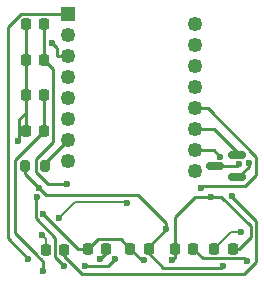
<source format=gbr>
%TF.GenerationSoftware,KiCad,Pcbnew,9.0.4*%
%TF.CreationDate,2025-09-11T01:00:25+02:00*%
%TF.ProjectId,pmw3610_xxs,706d7733-3631-4305-9f78-78732e6b6963,rev?*%
%TF.SameCoordinates,Original*%
%TF.FileFunction,Copper,L2,Bot*%
%TF.FilePolarity,Positive*%
%FSLAX46Y46*%
G04 Gerber Fmt 4.6, Leading zero omitted, Abs format (unit mm)*
G04 Created by KiCad (PCBNEW 9.0.4) date 2025-09-11 01:00:25*
%MOMM*%
%LPD*%
G01*
G04 APERTURE LIST*
G04 Aperture macros list*
%AMRoundRect*
0 Rectangle with rounded corners*
0 $1 Rounding radius*
0 $2 $3 $4 $5 $6 $7 $8 $9 X,Y pos of 4 corners*
0 Add a 4 corners polygon primitive as box body*
4,1,4,$2,$3,$4,$5,$6,$7,$8,$9,$2,$3,0*
0 Add four circle primitives for the rounded corners*
1,1,$1+$1,$2,$3*
1,1,$1+$1,$4,$5*
1,1,$1+$1,$6,$7*
1,1,$1+$1,$8,$9*
0 Add four rect primitives between the rounded corners*
20,1,$1+$1,$2,$3,$4,$5,0*
20,1,$1+$1,$4,$5,$6,$7,0*
20,1,$1+$1,$6,$7,$8,$9,0*
20,1,$1+$1,$8,$9,$2,$3,0*%
G04 Aperture macros list end*
%TA.AperFunction,ComponentPad*%
%ADD10RoundRect,0.187500X-0.437500X0.437500X-0.437500X-0.437500X0.437500X-0.437500X0.437500X0.437500X0*%
%TD*%
%TA.AperFunction,ComponentPad*%
%ADD11O,1.250000X1.250000*%
%TD*%
%TA.AperFunction,SMDPad,CuDef*%
%ADD12RoundRect,0.225000X0.225000X0.250000X-0.225000X0.250000X-0.225000X-0.250000X0.225000X-0.250000X0*%
%TD*%
%TA.AperFunction,SMDPad,CuDef*%
%ADD13RoundRect,0.150000X0.587500X0.150000X-0.587500X0.150000X-0.587500X-0.150000X0.587500X-0.150000X0*%
%TD*%
%TA.AperFunction,SMDPad,CuDef*%
%ADD14RoundRect,0.200000X0.200000X0.275000X-0.200000X0.275000X-0.200000X-0.275000X0.200000X-0.275000X0*%
%TD*%
%TA.AperFunction,ViaPad*%
%ADD15C,0.600000*%
%TD*%
%TA.AperFunction,Conductor*%
%ADD16C,0.250000*%
%TD*%
%TA.AperFunction,Conductor*%
%ADD17C,0.200000*%
%TD*%
G04 APERTURE END LIST*
D10*
%TO.P,U2,1,+VCSEL*%
%TO.N,Net-(U2-+VCSEL)*%
X130650000Y-81100000D03*
D11*
%TO.P,U2,2,SDIO*%
%TO.N,SDIO*%
X130650000Y-82880000D03*
%TO.P,U2,3,SCLK*%
%TO.N,SCLK*%
X130650000Y-84660000D03*
%TO.P,U2,4,NC*%
%TO.N,unconnected-(U2-NC-Pad4)*%
X130650000Y-86440000D03*
%TO.P,U2,5,NCS*%
%TO.N,NCS*%
X130650000Y-88220000D03*
%TO.P,U2,6,VDDIO*%
%TO.N,VCC*%
X130650000Y-90000000D03*
%TO.P,U2,7,NRESET*%
%TO.N,Net-(U2-NRESET)*%
X130650000Y-91780000D03*
%TO.P,U2,8,MOTION*%
%TO.N,MOTION*%
X130650000Y-93560000D03*
%TO.P,U2,9,VCP*%
%TO.N,Net-(U2-VCP)*%
X141350000Y-94450000D03*
%TO.P,U2,10,PASS_T*%
%TO.N,Net-(U2-+VCSEL)*%
X141350000Y-92670000D03*
%TO.P,U2,11,GND*%
%TO.N,GND*%
X141350000Y-90890000D03*
%TO.P,U2,12,CP*%
%TO.N,Net-(U2-CP)*%
X141350000Y-89110000D03*
%TO.P,U2,13,CN*%
%TO.N,Net-(U2-CN)*%
X141350000Y-87330000D03*
%TO.P,U2,14,VDD*%
%TO.N,+1V9*%
X141350000Y-85550000D03*
%TO.P,U2,15,XYLASER*%
%TO.N,Net-(U2--VCSEL)*%
X141350000Y-83770000D03*
%TO.P,U2,16,-VCSEL*%
X141350000Y-81990000D03*
%TD*%
D12*
%TO.P,C2,1*%
%TO.N,+1V9*%
X141237000Y-101000000D03*
%TO.P,C2,2*%
%TO.N,GND*%
X139687000Y-101000000D03*
%TD*%
%TO.P,C7,1*%
%TO.N,Net-(U2-VCP)*%
X128600000Y-85000000D03*
%TO.P,C7,2*%
%TO.N,GND*%
X127050000Y-85000000D03*
%TD*%
%TO.P,C5,1*%
%TO.N,Net-(U2-CN)*%
X130315000Y-101092000D03*
%TO.P,C5,2*%
%TO.N,Net-(U2-CP)*%
X128765000Y-101092000D03*
%TD*%
%TO.P,C1,1*%
%TO.N,GND*%
X144552000Y-101000000D03*
%TO.P,C1,2*%
%TO.N,VCC*%
X143002000Y-101000000D03*
%TD*%
%TO.P,C9,1*%
%TO.N,+1V9*%
X128600000Y-91000000D03*
%TO.P,C9,2*%
%TO.N,GND*%
X127050000Y-91000000D03*
%TD*%
D13*
%TO.P,U1,1,GND*%
%TO.N,GND*%
X144937500Y-93050000D03*
%TO.P,U1,2,VO*%
%TO.N,+1V9*%
X144937500Y-94950000D03*
%TO.P,U1,3,VI*%
%TO.N,VCC*%
X143062500Y-94000000D03*
%TD*%
D12*
%TO.P,C8,1*%
%TO.N,+1V9*%
X128600000Y-88000000D03*
%TO.P,C8,2*%
%TO.N,GND*%
X127050000Y-88000000D03*
%TD*%
%TO.P,C6,1*%
%TO.N,Net-(U2-VCP)*%
X128600000Y-82000000D03*
%TO.P,C6,2*%
%TO.N,GND*%
X127050000Y-82000000D03*
%TD*%
%TO.P,C4,1*%
%TO.N,Net-(U2-+VCSEL)*%
X133871000Y-101000000D03*
%TO.P,C4,2*%
%TO.N,GND*%
X132321000Y-101000000D03*
%TD*%
%TO.P,C3,1*%
%TO.N,VCC*%
X137440000Y-101000000D03*
%TO.P,C3,2*%
%TO.N,GND*%
X135890000Y-101000000D03*
%TD*%
D14*
%TO.P,R1,1*%
%TO.N,Net-(U2-NRESET)*%
X128650000Y-94000000D03*
%TO.P,R1,2*%
%TO.N,VCC*%
X127000000Y-94000000D03*
%TD*%
D15*
%TO.N,VCC*%
X143764000Y-102499000D03*
X145132997Y-93849999D03*
X145227500Y-99568000D03*
X128165200Y-95839900D03*
X138948292Y-99305542D03*
%TO.N,GND*%
X137049672Y-101964328D03*
X139446000Y-101991000D03*
X126416900Y-91894700D03*
X128526052Y-98044000D03*
X142725100Y-96595900D03*
%TO.N,+1V9*%
X145933000Y-93726000D03*
X128524000Y-102870000D03*
X145735058Y-102047058D03*
%TO.N,Net-(U2-+VCSEL)*%
X143492800Y-93200000D03*
X133350000Y-101854000D03*
X127254000Y-101854000D03*
%TO.N,Net-(U2-CP)*%
X128424559Y-99844443D03*
X141882400Y-95840600D03*
X129882501Y-98386501D03*
X135611657Y-97125541D03*
%TO.N,Net-(U2-CN)*%
X144507997Y-96571903D03*
%TO.N,Net-(U2-VCP)*%
X130556000Y-95504000D03*
%TO.N,SCLK*%
X129248700Y-83567000D03*
%TO.N,NCS*%
X130307517Y-102499001D03*
X128016000Y-96653531D03*
X132080000Y-102499000D03*
X134620000Y-101854000D03*
%TD*%
D16*
%TO.N,VCC*%
X127000000Y-94000000D02*
X127000000Y-94674700D01*
X138684000Y-102616000D02*
X143647000Y-102616000D01*
D17*
X143002000Y-101000000D02*
X144434000Y-99568000D01*
X144434000Y-99568000D02*
X145227500Y-99568000D01*
D16*
X144982996Y-94000000D02*
X143062500Y-94000000D01*
X138948292Y-98816292D02*
X136581900Y-96449900D01*
X143647000Y-102616000D02*
X143764000Y-102499000D01*
X127000000Y-94674700D02*
X128165200Y-95839900D01*
X145132997Y-93849999D02*
X144982996Y-94000000D01*
X138948292Y-99305542D02*
X138948292Y-98816292D01*
X137440000Y-100813834D02*
X138948292Y-99305542D01*
X137440000Y-101372000D02*
X138684000Y-102616000D01*
X128775200Y-96449900D02*
X128165200Y-95839900D01*
X136581900Y-96449900D02*
X128775200Y-96449900D01*
X137440000Y-101000000D02*
X137440000Y-100813834D01*
X137440000Y-101000000D02*
X137440000Y-101372000D01*
%TO.N,GND*%
X144552000Y-101000000D02*
X145126000Y-101000000D01*
X126417000Y-91894700D02*
X126416900Y-91894700D01*
X146108000Y-99118000D02*
X143585900Y-96595900D01*
X146108000Y-100018000D02*
X146108000Y-99118000D01*
X141405800Y-96595900D02*
X142725100Y-96595900D01*
X143585900Y-96595900D02*
X142725100Y-96595900D01*
X132321000Y-101000000D02*
X131482052Y-101000000D01*
X139446000Y-101991000D02*
X139687000Y-101750000D01*
X131482052Y-101000000D02*
X128526052Y-98044000D01*
X145126000Y-101000000D02*
X146108000Y-100018000D01*
X139687000Y-98314700D02*
X141405800Y-96595900D01*
X133121000Y-100200000D02*
X132321000Y-101000000D01*
X143004000Y-90890000D02*
X141350000Y-90890000D01*
X135890000Y-101000000D02*
X135090000Y-100200000D01*
X144937500Y-93050000D02*
X144937500Y-92823500D01*
X139687000Y-101750000D02*
X139687000Y-98314700D01*
X127050000Y-89500000D02*
X126505900Y-90044100D01*
X127050000Y-88000000D02*
X127050000Y-89500000D01*
X136854328Y-101964328D02*
X135890000Y-101000000D01*
X126505900Y-91805800D02*
X126417000Y-91894700D01*
X144937500Y-92823500D02*
X143004000Y-90890000D01*
X127050000Y-85000000D02*
X127050000Y-88000000D01*
X135090000Y-100200000D02*
X133121000Y-100200000D01*
X137049672Y-101964328D02*
X136854328Y-101964328D01*
X127050000Y-89500000D02*
X127050000Y-91000000D01*
X127050000Y-82000000D02*
X127050000Y-85000000D01*
X126505900Y-90044100D02*
X126505900Y-91805800D01*
%TO.N,+1V9*%
X145488000Y-101800000D02*
X142037000Y-101800000D01*
X128305948Y-101892000D02*
X127990000Y-101576052D01*
X128308000Y-101892000D02*
X128305948Y-101892000D01*
X126113900Y-93486100D02*
X128600000Y-91000000D01*
X145026000Y-94950000D02*
X144937500Y-94950000D01*
X145735058Y-102047058D02*
X145488000Y-101800000D01*
X127990000Y-101576052D02*
X127990000Y-101574000D01*
X145933000Y-93726000D02*
X145933000Y-94043000D01*
X128524000Y-102108000D02*
X128308000Y-101892000D01*
X126113900Y-99697900D02*
X126113900Y-93486100D01*
X128600000Y-91000000D02*
X128600000Y-88000000D01*
X145933000Y-94043000D02*
X145026000Y-94950000D01*
X127990000Y-101574000D02*
X126113900Y-99697900D01*
X128524000Y-102870000D02*
X128524000Y-102108000D01*
X142037000Y-101800000D02*
X141237000Y-101000000D01*
%TO.N,Net-(U2-+VCSEL)*%
X125521800Y-82242800D02*
X126664600Y-81100000D01*
X126664600Y-81100000D02*
X130650000Y-81100000D01*
X143492800Y-93200000D02*
X143492000Y-93200000D01*
X143492000Y-93200000D02*
X142962000Y-92670000D01*
X125521800Y-100121800D02*
X125521800Y-82242800D01*
X127254000Y-101854000D02*
X125521800Y-100121800D01*
X142962000Y-92670000D02*
X141350000Y-92670000D01*
X133871000Y-101333000D02*
X133871000Y-101000000D01*
X133350000Y-101854000D02*
X133871000Y-101333000D01*
D17*
%TO.N,Net-(U2-CP)*%
X131241002Y-97028000D02*
X135514116Y-97028000D01*
D16*
X142433200Y-89110000D02*
X146558000Y-93234800D01*
X142012600Y-95710400D02*
X141882400Y-95840600D01*
D17*
X128424559Y-99844443D02*
X128765000Y-100184884D01*
D16*
X146558000Y-94753700D02*
X145601300Y-95710400D01*
D17*
X135514116Y-97028000D02*
X135611657Y-97125541D01*
D16*
X146558000Y-93234800D02*
X146558000Y-94753700D01*
D17*
X129882501Y-98386501D02*
X131241002Y-97028000D01*
D16*
X145601300Y-95710400D02*
X142012600Y-95710400D01*
D17*
X128765000Y-100184884D02*
X128765000Y-101092000D01*
D16*
X141350000Y-89110000D02*
X142433200Y-89110000D01*
%TO.N,Net-(U2-CN)*%
X144507997Y-96615097D02*
X146558000Y-98665100D01*
X146558000Y-98665100D02*
X146558000Y-102108000D01*
X144507997Y-96571903D02*
X144507997Y-96615097D01*
X145542000Y-103124000D02*
X131816400Y-103124000D01*
X146558000Y-102108000D02*
X145542000Y-103124000D01*
X130315000Y-101622600D02*
X130315000Y-100838000D01*
X131816400Y-103124000D02*
X130315000Y-101622600D01*
%TO.N,Net-(U2-VCP)*%
X128600000Y-82000000D02*
X128600000Y-85000000D01*
X127922500Y-93425700D02*
X129384900Y-91963300D01*
X129384900Y-91963300D02*
X129384900Y-85784900D01*
X127922500Y-94495300D02*
X127922500Y-93425700D01*
X128931200Y-95504000D02*
X127922500Y-94495300D01*
X129384900Y-85784900D02*
X128600000Y-85000000D01*
X130556000Y-95504000D02*
X128931200Y-95504000D01*
%TO.N,Net-(U2-NRESET)*%
X128650000Y-93780000D02*
X130650000Y-91780000D01*
X128650000Y-94000000D02*
X128650000Y-93780000D01*
D17*
%TO.N,MOTION*%
X130650000Y-93560000D02*
X130650000Y-93886000D01*
D16*
%TO.N,SCLK*%
X129698300Y-84016600D02*
X129698300Y-84660000D01*
X130650000Y-84660000D02*
X129698300Y-84660000D01*
X129248700Y-83567000D02*
X129698300Y-84016600D01*
%TO.N,NCS*%
X129540000Y-100076000D02*
X127901052Y-98437052D01*
X129540000Y-101731484D02*
X129540000Y-100076000D01*
X134620000Y-101854000D02*
X133975000Y-102499000D01*
X133975000Y-102499000D02*
X132080000Y-102499000D01*
X127901052Y-98437052D02*
X127901052Y-96768479D01*
X130307517Y-102499001D02*
X129540000Y-101731484D01*
X127901052Y-96768479D02*
X128016000Y-96653531D01*
%TD*%
M02*

</source>
